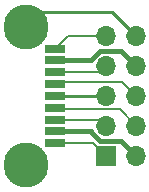
<source format=gtl>
G04 #@! TF.GenerationSoftware,KiCad,Pcbnew,7.0.0-da2b9df05c~163~ubuntu22.04.1*
G04 #@! TF.CreationDate,2023-02-19T21:10:26+00:00*
G04 #@! TF.ProjectId,simpleadapter,73696d70-6c65-4616-9461-707465722e6b,rev?*
G04 #@! TF.SameCoordinates,Original*
G04 #@! TF.FileFunction,Copper,L1,Top*
G04 #@! TF.FilePolarity,Positive*
%FSLAX46Y46*%
G04 Gerber Fmt 4.6, Leading zero omitted, Abs format (unit mm)*
G04 Created by KiCad (PCBNEW 7.0.0-da2b9df05c~163~ubuntu22.04.1) date 2023-02-19 21:10:26*
%MOMM*%
%LPD*%
G01*
G04 APERTURE LIST*
G04 #@! TA.AperFunction,SMDPad,CuDef*
%ADD10R,1.800000X0.700000*%
G04 #@! TD*
G04 #@! TA.AperFunction,ComponentPad*
%ADD11C,3.800000*%
G04 #@! TD*
G04 #@! TA.AperFunction,ComponentPad*
%ADD12R,1.700000X1.700000*%
G04 #@! TD*
G04 #@! TA.AperFunction,ComponentPad*
%ADD13O,1.700000X1.700000*%
G04 #@! TD*
G04 #@! TA.AperFunction,Conductor*
%ADD14C,0.250000*%
G04 #@! TD*
G04 #@! TA.AperFunction,Conductor*
%ADD15C,0.200000*%
G04 #@! TD*
G04 #@! TA.AperFunction,Conductor*
%ADD16C,0.400000*%
G04 #@! TD*
G04 APERTURE END LIST*
D10*
X151626999Y-97233999D03*
X151626999Y-95233999D03*
X151626999Y-93233999D03*
X151626999Y-91233999D03*
X151626999Y-90233999D03*
X151626999Y-92233999D03*
X151626999Y-94233999D03*
X151626999Y-96233999D03*
X151626999Y-98233999D03*
D11*
X149177000Y-88384000D03*
X149177000Y-100084000D03*
D12*
X155955999Y-99313999D03*
D13*
X158495999Y-99313999D03*
X155955999Y-96773999D03*
X158495999Y-96773999D03*
X155955999Y-94233999D03*
X158495999Y-94233999D03*
X155955999Y-91693999D03*
X158495999Y-91693999D03*
X155955999Y-89153999D03*
X158495999Y-89153999D03*
D14*
X149177000Y-88384000D02*
X150439000Y-87122000D01*
X150439000Y-87122000D02*
X156464000Y-87122000D01*
X156464000Y-87122000D02*
X158496000Y-89154000D01*
D15*
X152707000Y-89154000D02*
X155956000Y-89154000D01*
D16*
X151627000Y-91234000D02*
X154696150Y-91234000D01*
D15*
X151627000Y-90234000D02*
X152707000Y-89154000D01*
D16*
X154696150Y-91234000D02*
X154706000Y-91224150D01*
X154706000Y-91224150D02*
X154706000Y-91176233D01*
X154706000Y-91176233D02*
X155458233Y-90424000D01*
X155458233Y-90424000D02*
X157226000Y-90424000D01*
X157226000Y-90424000D02*
X158496000Y-91694000D01*
X151627000Y-97234000D02*
X154706000Y-97234000D01*
X154706000Y-97234000D02*
X154706000Y-97291767D01*
X155438233Y-98024000D02*
X157206000Y-98024000D01*
X157206000Y-98024000D02*
X158496000Y-99314000D01*
X154706000Y-97291767D02*
X155438233Y-98024000D01*
D15*
X151627000Y-98234000D02*
X154876000Y-98234000D01*
X154876000Y-98234000D02*
X155956000Y-99314000D01*
X151627000Y-96234000D02*
X155416000Y-96234000D01*
X155416000Y-96234000D02*
X155956000Y-96774000D01*
X151627000Y-95234000D02*
X151777000Y-95384000D01*
X151777000Y-95384000D02*
X157106000Y-95384000D01*
X157106000Y-95384000D02*
X158496000Y-96774000D01*
D14*
X151627000Y-94234000D02*
X155956000Y-94234000D01*
D15*
X151627000Y-93234000D02*
X151777000Y-93084000D01*
X151777000Y-93084000D02*
X157346000Y-93084000D01*
X157346000Y-93084000D02*
X158496000Y-94234000D01*
X151627000Y-92234000D02*
X155416000Y-92234000D01*
X155416000Y-92234000D02*
X155956000Y-91694000D01*
X151627000Y-90234000D02*
X151697000Y-90304000D01*
M02*

</source>
